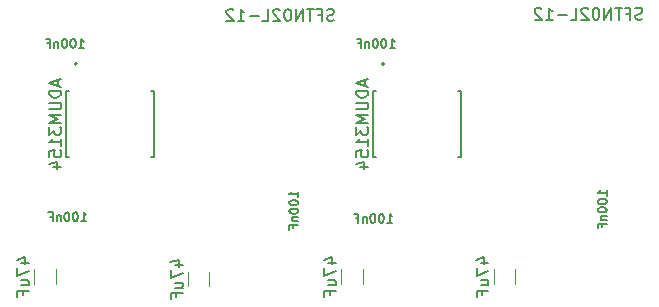
<source format=gbr>
G04 #@! TF.GenerationSoftware,KiCad,Pcbnew,(5.1.5)-3*
G04 #@! TF.CreationDate,2020-03-14T23:19:49+00:00*
G04 #@! TF.ProjectId,Hat,4861742e-6b69-4636-9164-5f7063625858,A*
G04 #@! TF.SameCoordinates,Original*
G04 #@! TF.FileFunction,Legend,Bot*
G04 #@! TF.FilePolarity,Positive*
%FSLAX46Y46*%
G04 Gerber Fmt 4.6, Leading zero omitted, Abs format (unit mm)*
G04 Created by KiCad (PCBNEW (5.1.5)-3) date 2020-03-14 23:19:49*
%MOMM*%
%LPD*%
G04 APERTURE LIST*
%ADD10C,0.200000*%
%ADD11C,0.127000*%
%ADD12C,0.120000*%
%ADD13C,0.150000*%
%ADD14C,0.153000*%
%ADD15C,0.130000*%
G04 APERTURE END LIST*
D10*
X111600000Y-83500000D02*
G75*
G03X111600000Y-83500000I-100000J0D01*
G01*
D11*
X118150000Y-85800000D02*
X117870000Y-85800000D01*
X118150000Y-91400000D02*
X118150000Y-85800000D01*
X117870000Y-91400000D02*
X118150000Y-91400000D01*
X110650000Y-91400000D02*
X110930000Y-91400000D01*
X110650000Y-85800000D02*
X110650000Y-91400000D01*
X110930000Y-85800000D02*
X110650000Y-85800000D01*
X136930000Y-85800000D02*
X136650000Y-85800000D01*
X136650000Y-85800000D02*
X136650000Y-91400000D01*
X136650000Y-91400000D02*
X136930000Y-91400000D01*
X143870000Y-91400000D02*
X144150000Y-91400000D01*
X144150000Y-91400000D02*
X144150000Y-85800000D01*
X144150000Y-85800000D02*
X143870000Y-85800000D01*
D10*
X137600000Y-83500000D02*
G75*
G03X137600000Y-83500000I-100000J0D01*
G01*
D12*
X109810000Y-102102064D02*
X109810000Y-100897936D01*
X107990000Y-102102064D02*
X107990000Y-100897936D01*
X122810000Y-102302064D02*
X122810000Y-101097936D01*
X120990000Y-102302064D02*
X120990000Y-101097936D01*
X135810000Y-102102064D02*
X135810000Y-100897936D01*
X133990000Y-102102064D02*
X133990000Y-100897936D01*
X146890000Y-102102064D02*
X146890000Y-100897936D01*
X148710000Y-102102064D02*
X148710000Y-100897936D01*
D13*
X133347619Y-79804761D02*
X133204761Y-79852380D01*
X132966666Y-79852380D01*
X132871428Y-79804761D01*
X132823809Y-79757142D01*
X132776190Y-79661904D01*
X132776190Y-79566666D01*
X132823809Y-79471428D01*
X132871428Y-79423809D01*
X132966666Y-79376190D01*
X133157142Y-79328571D01*
X133252380Y-79280952D01*
X133300000Y-79233333D01*
X133347619Y-79138095D01*
X133347619Y-79042857D01*
X133300000Y-78947619D01*
X133252380Y-78900000D01*
X133157142Y-78852380D01*
X132919047Y-78852380D01*
X132776190Y-78900000D01*
X132014285Y-79328571D02*
X132347619Y-79328571D01*
X132347619Y-79852380D02*
X132347619Y-78852380D01*
X131871428Y-78852380D01*
X131633333Y-78852380D02*
X131061904Y-78852380D01*
X131347619Y-79852380D02*
X131347619Y-78852380D01*
X130728571Y-79852380D02*
X130728571Y-78852380D01*
X130157142Y-79852380D01*
X130157142Y-78852380D01*
X129490476Y-78852380D02*
X129395238Y-78852380D01*
X129300000Y-78900000D01*
X129252380Y-78947619D01*
X129204761Y-79042857D01*
X129157142Y-79233333D01*
X129157142Y-79471428D01*
X129204761Y-79661904D01*
X129252380Y-79757142D01*
X129300000Y-79804761D01*
X129395238Y-79852380D01*
X129490476Y-79852380D01*
X129585714Y-79804761D01*
X129633333Y-79757142D01*
X129680952Y-79661904D01*
X129728571Y-79471428D01*
X129728571Y-79233333D01*
X129680952Y-79042857D01*
X129633333Y-78947619D01*
X129585714Y-78900000D01*
X129490476Y-78852380D01*
X128776190Y-78947619D02*
X128728571Y-78900000D01*
X128633333Y-78852380D01*
X128395238Y-78852380D01*
X128300000Y-78900000D01*
X128252380Y-78947619D01*
X128204761Y-79042857D01*
X128204761Y-79138095D01*
X128252380Y-79280952D01*
X128823809Y-79852380D01*
X128204761Y-79852380D01*
X127300000Y-79852380D02*
X127776190Y-79852380D01*
X127776190Y-78852380D01*
X126966666Y-79471428D02*
X126204761Y-79471428D01*
X125204761Y-79852380D02*
X125776190Y-79852380D01*
X125490476Y-79852380D02*
X125490476Y-78852380D01*
X125585714Y-78995238D01*
X125680952Y-79090476D01*
X125776190Y-79138095D01*
X124823809Y-78947619D02*
X124776190Y-78900000D01*
X124680952Y-78852380D01*
X124442857Y-78852380D01*
X124347619Y-78900000D01*
X124300000Y-78947619D01*
X124252380Y-79042857D01*
X124252380Y-79138095D01*
X124300000Y-79280952D01*
X124871428Y-79852380D01*
X124252380Y-79852380D01*
X159447619Y-79704761D02*
X159304761Y-79752380D01*
X159066666Y-79752380D01*
X158971428Y-79704761D01*
X158923809Y-79657142D01*
X158876190Y-79561904D01*
X158876190Y-79466666D01*
X158923809Y-79371428D01*
X158971428Y-79323809D01*
X159066666Y-79276190D01*
X159257142Y-79228571D01*
X159352380Y-79180952D01*
X159400000Y-79133333D01*
X159447619Y-79038095D01*
X159447619Y-78942857D01*
X159400000Y-78847619D01*
X159352380Y-78800000D01*
X159257142Y-78752380D01*
X159019047Y-78752380D01*
X158876190Y-78800000D01*
X158114285Y-79228571D02*
X158447619Y-79228571D01*
X158447619Y-79752380D02*
X158447619Y-78752380D01*
X157971428Y-78752380D01*
X157733333Y-78752380D02*
X157161904Y-78752380D01*
X157447619Y-79752380D02*
X157447619Y-78752380D01*
X156828571Y-79752380D02*
X156828571Y-78752380D01*
X156257142Y-79752380D01*
X156257142Y-78752380D01*
X155590476Y-78752380D02*
X155495238Y-78752380D01*
X155400000Y-78800000D01*
X155352380Y-78847619D01*
X155304761Y-78942857D01*
X155257142Y-79133333D01*
X155257142Y-79371428D01*
X155304761Y-79561904D01*
X155352380Y-79657142D01*
X155400000Y-79704761D01*
X155495238Y-79752380D01*
X155590476Y-79752380D01*
X155685714Y-79704761D01*
X155733333Y-79657142D01*
X155780952Y-79561904D01*
X155828571Y-79371428D01*
X155828571Y-79133333D01*
X155780952Y-78942857D01*
X155733333Y-78847619D01*
X155685714Y-78800000D01*
X155590476Y-78752380D01*
X154876190Y-78847619D02*
X154828571Y-78800000D01*
X154733333Y-78752380D01*
X154495238Y-78752380D01*
X154400000Y-78800000D01*
X154352380Y-78847619D01*
X154304761Y-78942857D01*
X154304761Y-79038095D01*
X154352380Y-79180952D01*
X154923809Y-79752380D01*
X154304761Y-79752380D01*
X153400000Y-79752380D02*
X153876190Y-79752380D01*
X153876190Y-78752380D01*
X153066666Y-79371428D02*
X152304761Y-79371428D01*
X151304761Y-79752380D02*
X151876190Y-79752380D01*
X151590476Y-79752380D02*
X151590476Y-78752380D01*
X151685714Y-78895238D01*
X151780952Y-78990476D01*
X151876190Y-79038095D01*
X150923809Y-78847619D02*
X150876190Y-78800000D01*
X150780952Y-78752380D01*
X150542857Y-78752380D01*
X150447619Y-78800000D01*
X150400000Y-78847619D01*
X150352380Y-78942857D01*
X150352380Y-79038095D01*
X150400000Y-79180952D01*
X150971428Y-79752380D01*
X150352380Y-79752380D01*
D14*
X109966666Y-84861904D02*
X109966666Y-85338095D01*
X110252380Y-84766666D02*
X109252380Y-85100000D01*
X110252380Y-85433333D01*
X110252380Y-85766666D02*
X109252380Y-85766666D01*
X109252380Y-86004761D01*
X109300000Y-86147619D01*
X109395238Y-86242857D01*
X109490476Y-86290476D01*
X109680952Y-86338095D01*
X109823809Y-86338095D01*
X110014285Y-86290476D01*
X110109523Y-86242857D01*
X110204761Y-86147619D01*
X110252380Y-86004761D01*
X110252380Y-85766666D01*
X109252380Y-86766666D02*
X110061904Y-86766666D01*
X110157142Y-86814285D01*
X110204761Y-86861904D01*
X110252380Y-86957142D01*
X110252380Y-87147619D01*
X110204761Y-87242857D01*
X110157142Y-87290476D01*
X110061904Y-87338095D01*
X109252380Y-87338095D01*
X110252380Y-87814285D02*
X109252380Y-87814285D01*
X109966666Y-88147619D01*
X109252380Y-88480952D01*
X110252380Y-88480952D01*
X109252380Y-88861904D02*
X109252380Y-89480952D01*
X109633333Y-89147619D01*
X109633333Y-89290476D01*
X109680952Y-89385714D01*
X109728571Y-89433333D01*
X109823809Y-89480952D01*
X110061904Y-89480952D01*
X110157142Y-89433333D01*
X110204761Y-89385714D01*
X110252380Y-89290476D01*
X110252380Y-89004761D01*
X110204761Y-88909523D01*
X110157142Y-88861904D01*
X110252380Y-90433333D02*
X110252380Y-89861904D01*
X110252380Y-90147619D02*
X109252380Y-90147619D01*
X109395238Y-90052380D01*
X109490476Y-89957142D01*
X109538095Y-89861904D01*
X109252380Y-91338095D02*
X109252380Y-90861904D01*
X109728571Y-90814285D01*
X109680952Y-90861904D01*
X109633333Y-90957142D01*
X109633333Y-91195238D01*
X109680952Y-91290476D01*
X109728571Y-91338095D01*
X109823809Y-91385714D01*
X110061904Y-91385714D01*
X110157142Y-91338095D01*
X110204761Y-91290476D01*
X110252380Y-91195238D01*
X110252380Y-90957142D01*
X110204761Y-90861904D01*
X110157142Y-90814285D01*
X109585714Y-92242857D02*
X110252380Y-92242857D01*
X109204761Y-92004761D02*
X109919047Y-91766666D01*
X109919047Y-92385714D01*
X135966666Y-84861904D02*
X135966666Y-85338095D01*
X136252380Y-84766666D02*
X135252380Y-85100000D01*
X136252380Y-85433333D01*
X136252380Y-85766666D02*
X135252380Y-85766666D01*
X135252380Y-86004761D01*
X135300000Y-86147619D01*
X135395238Y-86242857D01*
X135490476Y-86290476D01*
X135680952Y-86338095D01*
X135823809Y-86338095D01*
X136014285Y-86290476D01*
X136109523Y-86242857D01*
X136204761Y-86147619D01*
X136252380Y-86004761D01*
X136252380Y-85766666D01*
X135252380Y-86766666D02*
X136061904Y-86766666D01*
X136157142Y-86814285D01*
X136204761Y-86861904D01*
X136252380Y-86957142D01*
X136252380Y-87147619D01*
X136204761Y-87242857D01*
X136157142Y-87290476D01*
X136061904Y-87338095D01*
X135252380Y-87338095D01*
X136252380Y-87814285D02*
X135252380Y-87814285D01*
X135966666Y-88147619D01*
X135252380Y-88480952D01*
X136252380Y-88480952D01*
X135252380Y-88861904D02*
X135252380Y-89480952D01*
X135633333Y-89147619D01*
X135633333Y-89290476D01*
X135680952Y-89385714D01*
X135728571Y-89433333D01*
X135823809Y-89480952D01*
X136061904Y-89480952D01*
X136157142Y-89433333D01*
X136204761Y-89385714D01*
X136252380Y-89290476D01*
X136252380Y-89004761D01*
X136204761Y-88909523D01*
X136157142Y-88861904D01*
X136252380Y-90433333D02*
X136252380Y-89861904D01*
X136252380Y-90147619D02*
X135252380Y-90147619D01*
X135395238Y-90052380D01*
X135490476Y-89957142D01*
X135538095Y-89861904D01*
X135252380Y-91338095D02*
X135252380Y-90861904D01*
X135728571Y-90814285D01*
X135680952Y-90861904D01*
X135633333Y-90957142D01*
X135633333Y-91195238D01*
X135680952Y-91290476D01*
X135728571Y-91338095D01*
X135823809Y-91385714D01*
X136061904Y-91385714D01*
X136157142Y-91338095D01*
X136204761Y-91290476D01*
X136252380Y-91195238D01*
X136252380Y-90957142D01*
X136204761Y-90861904D01*
X136157142Y-90814285D01*
X135585714Y-92242857D02*
X136252380Y-92242857D01*
X135204761Y-92004761D02*
X135919047Y-91766666D01*
X135919047Y-92385714D01*
X111760714Y-82139285D02*
X112189285Y-82139285D01*
X111975000Y-82139285D02*
X111975000Y-81389285D01*
X112046428Y-81496428D01*
X112117857Y-81567857D01*
X112189285Y-81603571D01*
X111296428Y-81389285D02*
X111225000Y-81389285D01*
X111153571Y-81425000D01*
X111117857Y-81460714D01*
X111082142Y-81532142D01*
X111046428Y-81675000D01*
X111046428Y-81853571D01*
X111082142Y-81996428D01*
X111117857Y-82067857D01*
X111153571Y-82103571D01*
X111225000Y-82139285D01*
X111296428Y-82139285D01*
X111367857Y-82103571D01*
X111403571Y-82067857D01*
X111439285Y-81996428D01*
X111475000Y-81853571D01*
X111475000Y-81675000D01*
X111439285Y-81532142D01*
X111403571Y-81460714D01*
X111367857Y-81425000D01*
X111296428Y-81389285D01*
X110582142Y-81389285D02*
X110510714Y-81389285D01*
X110439285Y-81425000D01*
X110403571Y-81460714D01*
X110367857Y-81532142D01*
X110332142Y-81675000D01*
X110332142Y-81853571D01*
X110367857Y-81996428D01*
X110403571Y-82067857D01*
X110439285Y-82103571D01*
X110510714Y-82139285D01*
X110582142Y-82139285D01*
X110653571Y-82103571D01*
X110689285Y-82067857D01*
X110725000Y-81996428D01*
X110760714Y-81853571D01*
X110760714Y-81675000D01*
X110725000Y-81532142D01*
X110689285Y-81460714D01*
X110653571Y-81425000D01*
X110582142Y-81389285D01*
X110010714Y-81639285D02*
X110010714Y-82139285D01*
X110010714Y-81710714D02*
X109975000Y-81675000D01*
X109903571Y-81639285D01*
X109796428Y-81639285D01*
X109725000Y-81675000D01*
X109689285Y-81746428D01*
X109689285Y-82139285D01*
X109082142Y-81746428D02*
X109332142Y-81746428D01*
X109332142Y-82139285D02*
X109332142Y-81389285D01*
X108975000Y-81389285D01*
X138060714Y-82139285D02*
X138489285Y-82139285D01*
X138275000Y-82139285D02*
X138275000Y-81389285D01*
X138346428Y-81496428D01*
X138417857Y-81567857D01*
X138489285Y-81603571D01*
X137596428Y-81389285D02*
X137525000Y-81389285D01*
X137453571Y-81425000D01*
X137417857Y-81460714D01*
X137382142Y-81532142D01*
X137346428Y-81675000D01*
X137346428Y-81853571D01*
X137382142Y-81996428D01*
X137417857Y-82067857D01*
X137453571Y-82103571D01*
X137525000Y-82139285D01*
X137596428Y-82139285D01*
X137667857Y-82103571D01*
X137703571Y-82067857D01*
X137739285Y-81996428D01*
X137775000Y-81853571D01*
X137775000Y-81675000D01*
X137739285Y-81532142D01*
X137703571Y-81460714D01*
X137667857Y-81425000D01*
X137596428Y-81389285D01*
X136882142Y-81389285D02*
X136810714Y-81389285D01*
X136739285Y-81425000D01*
X136703571Y-81460714D01*
X136667857Y-81532142D01*
X136632142Y-81675000D01*
X136632142Y-81853571D01*
X136667857Y-81996428D01*
X136703571Y-82067857D01*
X136739285Y-82103571D01*
X136810714Y-82139285D01*
X136882142Y-82139285D01*
X136953571Y-82103571D01*
X136989285Y-82067857D01*
X137025000Y-81996428D01*
X137060714Y-81853571D01*
X137060714Y-81675000D01*
X137025000Y-81532142D01*
X136989285Y-81460714D01*
X136953571Y-81425000D01*
X136882142Y-81389285D01*
X136310714Y-81639285D02*
X136310714Y-82139285D01*
X136310714Y-81710714D02*
X136275000Y-81675000D01*
X136203571Y-81639285D01*
X136096428Y-81639285D01*
X136025000Y-81675000D01*
X135989285Y-81746428D01*
X135989285Y-82139285D01*
X135382142Y-81746428D02*
X135632142Y-81746428D01*
X135632142Y-82139285D02*
X135632142Y-81389285D01*
X135275000Y-81389285D01*
X111960714Y-96809285D02*
X112389285Y-96809285D01*
X112175000Y-96809285D02*
X112175000Y-96059285D01*
X112246428Y-96166428D01*
X112317857Y-96237857D01*
X112389285Y-96273571D01*
X111496428Y-96059285D02*
X111425000Y-96059285D01*
X111353571Y-96095000D01*
X111317857Y-96130714D01*
X111282142Y-96202142D01*
X111246428Y-96345000D01*
X111246428Y-96523571D01*
X111282142Y-96666428D01*
X111317857Y-96737857D01*
X111353571Y-96773571D01*
X111425000Y-96809285D01*
X111496428Y-96809285D01*
X111567857Y-96773571D01*
X111603571Y-96737857D01*
X111639285Y-96666428D01*
X111675000Y-96523571D01*
X111675000Y-96345000D01*
X111639285Y-96202142D01*
X111603571Y-96130714D01*
X111567857Y-96095000D01*
X111496428Y-96059285D01*
X110782142Y-96059285D02*
X110710714Y-96059285D01*
X110639285Y-96095000D01*
X110603571Y-96130714D01*
X110567857Y-96202142D01*
X110532142Y-96345000D01*
X110532142Y-96523571D01*
X110567857Y-96666428D01*
X110603571Y-96737857D01*
X110639285Y-96773571D01*
X110710714Y-96809285D01*
X110782142Y-96809285D01*
X110853571Y-96773571D01*
X110889285Y-96737857D01*
X110925000Y-96666428D01*
X110960714Y-96523571D01*
X110960714Y-96345000D01*
X110925000Y-96202142D01*
X110889285Y-96130714D01*
X110853571Y-96095000D01*
X110782142Y-96059285D01*
X110210714Y-96309285D02*
X110210714Y-96809285D01*
X110210714Y-96380714D02*
X110175000Y-96345000D01*
X110103571Y-96309285D01*
X109996428Y-96309285D01*
X109925000Y-96345000D01*
X109889285Y-96416428D01*
X109889285Y-96809285D01*
X109282142Y-96416428D02*
X109532142Y-96416428D01*
X109532142Y-96809285D02*
X109532142Y-96059285D01*
X109175000Y-96059285D01*
X130309285Y-94739285D02*
X130309285Y-94310714D01*
X130309285Y-94525000D02*
X129559285Y-94525000D01*
X129666428Y-94453571D01*
X129737857Y-94382142D01*
X129773571Y-94310714D01*
X129559285Y-95203571D02*
X129559285Y-95275000D01*
X129595000Y-95346428D01*
X129630714Y-95382142D01*
X129702142Y-95417857D01*
X129845000Y-95453571D01*
X130023571Y-95453571D01*
X130166428Y-95417857D01*
X130237857Y-95382142D01*
X130273571Y-95346428D01*
X130309285Y-95275000D01*
X130309285Y-95203571D01*
X130273571Y-95132142D01*
X130237857Y-95096428D01*
X130166428Y-95060714D01*
X130023571Y-95025000D01*
X129845000Y-95025000D01*
X129702142Y-95060714D01*
X129630714Y-95096428D01*
X129595000Y-95132142D01*
X129559285Y-95203571D01*
X129559285Y-95917857D02*
X129559285Y-95989285D01*
X129595000Y-96060714D01*
X129630714Y-96096428D01*
X129702142Y-96132142D01*
X129845000Y-96167857D01*
X130023571Y-96167857D01*
X130166428Y-96132142D01*
X130237857Y-96096428D01*
X130273571Y-96060714D01*
X130309285Y-95989285D01*
X130309285Y-95917857D01*
X130273571Y-95846428D01*
X130237857Y-95810714D01*
X130166428Y-95775000D01*
X130023571Y-95739285D01*
X129845000Y-95739285D01*
X129702142Y-95775000D01*
X129630714Y-95810714D01*
X129595000Y-95846428D01*
X129559285Y-95917857D01*
X129809285Y-96489285D02*
X130309285Y-96489285D01*
X129880714Y-96489285D02*
X129845000Y-96525000D01*
X129809285Y-96596428D01*
X129809285Y-96703571D01*
X129845000Y-96775000D01*
X129916428Y-96810714D01*
X130309285Y-96810714D01*
X129916428Y-97417857D02*
X129916428Y-97167857D01*
X130309285Y-97167857D02*
X129559285Y-97167857D01*
X129559285Y-97525000D01*
X137860714Y-96939285D02*
X138289285Y-96939285D01*
X138075000Y-96939285D02*
X138075000Y-96189285D01*
X138146428Y-96296428D01*
X138217857Y-96367857D01*
X138289285Y-96403571D01*
X137396428Y-96189285D02*
X137325000Y-96189285D01*
X137253571Y-96225000D01*
X137217857Y-96260714D01*
X137182142Y-96332142D01*
X137146428Y-96475000D01*
X137146428Y-96653571D01*
X137182142Y-96796428D01*
X137217857Y-96867857D01*
X137253571Y-96903571D01*
X137325000Y-96939285D01*
X137396428Y-96939285D01*
X137467857Y-96903571D01*
X137503571Y-96867857D01*
X137539285Y-96796428D01*
X137575000Y-96653571D01*
X137575000Y-96475000D01*
X137539285Y-96332142D01*
X137503571Y-96260714D01*
X137467857Y-96225000D01*
X137396428Y-96189285D01*
X136682142Y-96189285D02*
X136610714Y-96189285D01*
X136539285Y-96225000D01*
X136503571Y-96260714D01*
X136467857Y-96332142D01*
X136432142Y-96475000D01*
X136432142Y-96653571D01*
X136467857Y-96796428D01*
X136503571Y-96867857D01*
X136539285Y-96903571D01*
X136610714Y-96939285D01*
X136682142Y-96939285D01*
X136753571Y-96903571D01*
X136789285Y-96867857D01*
X136825000Y-96796428D01*
X136860714Y-96653571D01*
X136860714Y-96475000D01*
X136825000Y-96332142D01*
X136789285Y-96260714D01*
X136753571Y-96225000D01*
X136682142Y-96189285D01*
X136110714Y-96439285D02*
X136110714Y-96939285D01*
X136110714Y-96510714D02*
X136075000Y-96475000D01*
X136003571Y-96439285D01*
X135896428Y-96439285D01*
X135825000Y-96475000D01*
X135789285Y-96546428D01*
X135789285Y-96939285D01*
X135182142Y-96546428D02*
X135432142Y-96546428D01*
X135432142Y-96939285D02*
X135432142Y-96189285D01*
X135075000Y-96189285D01*
X156439285Y-94639285D02*
X156439285Y-94210714D01*
X156439285Y-94425000D02*
X155689285Y-94425000D01*
X155796428Y-94353571D01*
X155867857Y-94282142D01*
X155903571Y-94210714D01*
X155689285Y-95103571D02*
X155689285Y-95175000D01*
X155725000Y-95246428D01*
X155760714Y-95282142D01*
X155832142Y-95317857D01*
X155975000Y-95353571D01*
X156153571Y-95353571D01*
X156296428Y-95317857D01*
X156367857Y-95282142D01*
X156403571Y-95246428D01*
X156439285Y-95175000D01*
X156439285Y-95103571D01*
X156403571Y-95032142D01*
X156367857Y-94996428D01*
X156296428Y-94960714D01*
X156153571Y-94925000D01*
X155975000Y-94925000D01*
X155832142Y-94960714D01*
X155760714Y-94996428D01*
X155725000Y-95032142D01*
X155689285Y-95103571D01*
X155689285Y-95817857D02*
X155689285Y-95889285D01*
X155725000Y-95960714D01*
X155760714Y-95996428D01*
X155832142Y-96032142D01*
X155975000Y-96067857D01*
X156153571Y-96067857D01*
X156296428Y-96032142D01*
X156367857Y-95996428D01*
X156403571Y-95960714D01*
X156439285Y-95889285D01*
X156439285Y-95817857D01*
X156403571Y-95746428D01*
X156367857Y-95710714D01*
X156296428Y-95675000D01*
X156153571Y-95639285D01*
X155975000Y-95639285D01*
X155832142Y-95675000D01*
X155760714Y-95710714D01*
X155725000Y-95746428D01*
X155689285Y-95817857D01*
X155939285Y-96389285D02*
X156439285Y-96389285D01*
X156010714Y-96389285D02*
X155975000Y-96425000D01*
X155939285Y-96496428D01*
X155939285Y-96603571D01*
X155975000Y-96675000D01*
X156046428Y-96710714D01*
X156439285Y-96710714D01*
X156046428Y-97317857D02*
X156046428Y-97067857D01*
X156439285Y-97067857D02*
X155689285Y-97067857D01*
X155689285Y-97425000D01*
X106865714Y-100333333D02*
X107532380Y-100333333D01*
X106484761Y-100095238D02*
X107199047Y-99857142D01*
X107199047Y-100476190D01*
X106532380Y-100761904D02*
X106532380Y-101428571D01*
X107532380Y-101000000D01*
X106865714Y-102238095D02*
X107532380Y-102238095D01*
X106865714Y-101809523D02*
X107389523Y-101809523D01*
X107484761Y-101857142D01*
X107532380Y-101952380D01*
X107532380Y-102095238D01*
X107484761Y-102190476D01*
X107437142Y-102238095D01*
X107008571Y-103047619D02*
X107008571Y-102714285D01*
X107532380Y-102714285D02*
X106532380Y-102714285D01*
X106532380Y-103190476D01*
D15*
X119865714Y-100533333D02*
X120532380Y-100533333D01*
X119484761Y-100295238D02*
X120199047Y-100057142D01*
X120199047Y-100676190D01*
X119532380Y-100961904D02*
X119532380Y-101628571D01*
X120532380Y-101200000D01*
X119865714Y-102438095D02*
X120532380Y-102438095D01*
X119865714Y-102009523D02*
X120389523Y-102009523D01*
X120484761Y-102057142D01*
X120532380Y-102152380D01*
X120532380Y-102295238D01*
X120484761Y-102390476D01*
X120437142Y-102438095D01*
X120008571Y-103247619D02*
X120008571Y-102914285D01*
X120532380Y-102914285D02*
X119532380Y-102914285D01*
X119532380Y-103390476D01*
D14*
X132865714Y-100333333D02*
X133532380Y-100333333D01*
X132484761Y-100095238D02*
X133199047Y-99857142D01*
X133199047Y-100476190D01*
X132532380Y-100761904D02*
X132532380Y-101428571D01*
X133532380Y-101000000D01*
X132865714Y-102238095D02*
X133532380Y-102238095D01*
X132865714Y-101809523D02*
X133389523Y-101809523D01*
X133484761Y-101857142D01*
X133532380Y-101952380D01*
X133532380Y-102095238D01*
X133484761Y-102190476D01*
X133437142Y-102238095D01*
X133008571Y-103047619D02*
X133008571Y-102714285D01*
X133532380Y-102714285D02*
X132532380Y-102714285D01*
X132532380Y-103190476D01*
X145765714Y-100333333D02*
X146432380Y-100333333D01*
X145384761Y-100095238D02*
X146099047Y-99857142D01*
X146099047Y-100476190D01*
X145432380Y-100761904D02*
X145432380Y-101428571D01*
X146432380Y-101000000D01*
X145765714Y-102238095D02*
X146432380Y-102238095D01*
X145765714Y-101809523D02*
X146289523Y-101809523D01*
X146384761Y-101857142D01*
X146432380Y-101952380D01*
X146432380Y-102095238D01*
X146384761Y-102190476D01*
X146337142Y-102238095D01*
X145908571Y-103047619D02*
X145908571Y-102714285D01*
X146432380Y-102714285D02*
X145432380Y-102714285D01*
X145432380Y-103190476D01*
M02*

</source>
